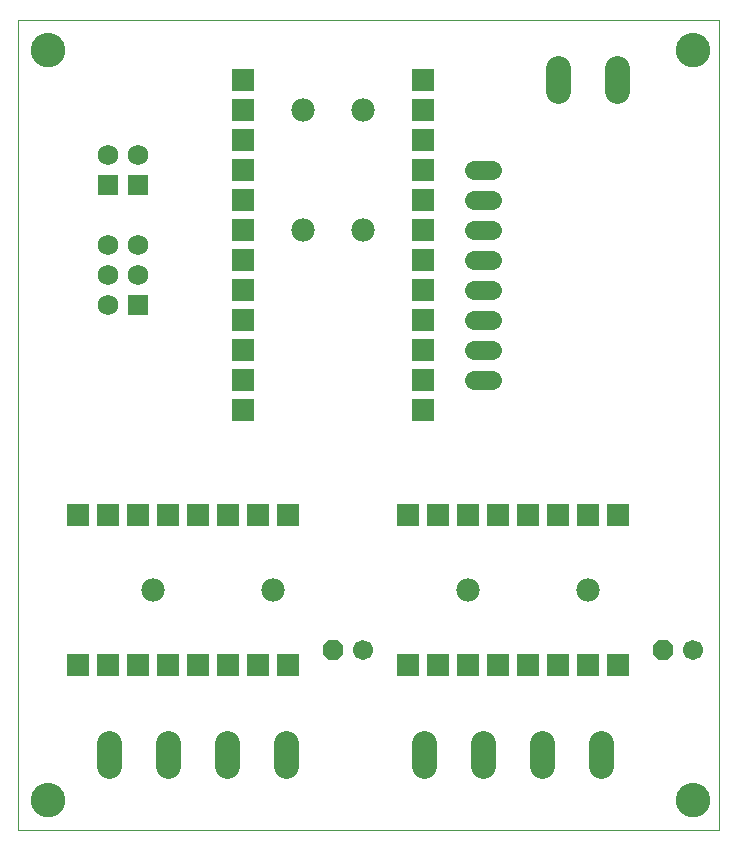
<source format=gts>
G75*
%MOIN*%
%OFA0B0*%
%FSLAX25Y25*%
%IPPOS*%
%LPD*%
%AMOC8*
5,1,8,0,0,1.08239X$1,22.5*
%
%ADD10C,0.00000*%
%ADD11C,0.11424*%
%ADD12R,0.07400X0.07400*%
%ADD13C,0.08200*%
%ADD14C,0.07800*%
%ADD15C,0.06400*%
%ADD16OC8,0.06700*%
%ADD17C,0.06700*%
%ADD18R,0.06900X0.06900*%
%ADD19C,0.06900*%
D10*
X0002600Y0002600D02*
X0002600Y0272561D01*
X0236301Y0272561D01*
X0236301Y0002600D01*
X0002600Y0002600D01*
X0007088Y0012600D02*
X0007090Y0012748D01*
X0007096Y0012896D01*
X0007106Y0013044D01*
X0007120Y0013191D01*
X0007138Y0013338D01*
X0007159Y0013484D01*
X0007185Y0013630D01*
X0007215Y0013775D01*
X0007248Y0013919D01*
X0007286Y0014062D01*
X0007327Y0014204D01*
X0007372Y0014345D01*
X0007420Y0014485D01*
X0007473Y0014624D01*
X0007529Y0014761D01*
X0007589Y0014896D01*
X0007652Y0015030D01*
X0007719Y0015162D01*
X0007790Y0015292D01*
X0007864Y0015420D01*
X0007941Y0015546D01*
X0008022Y0015670D01*
X0008106Y0015792D01*
X0008193Y0015911D01*
X0008284Y0016028D01*
X0008378Y0016143D01*
X0008474Y0016255D01*
X0008574Y0016365D01*
X0008676Y0016471D01*
X0008782Y0016575D01*
X0008890Y0016676D01*
X0009001Y0016774D01*
X0009114Y0016870D01*
X0009230Y0016962D01*
X0009348Y0017051D01*
X0009469Y0017136D01*
X0009592Y0017219D01*
X0009717Y0017298D01*
X0009844Y0017374D01*
X0009973Y0017446D01*
X0010104Y0017515D01*
X0010237Y0017580D01*
X0010372Y0017641D01*
X0010508Y0017699D01*
X0010645Y0017754D01*
X0010784Y0017804D01*
X0010925Y0017851D01*
X0011066Y0017894D01*
X0011209Y0017934D01*
X0011353Y0017969D01*
X0011497Y0018001D01*
X0011643Y0018028D01*
X0011789Y0018052D01*
X0011936Y0018072D01*
X0012083Y0018088D01*
X0012230Y0018100D01*
X0012378Y0018108D01*
X0012526Y0018112D01*
X0012674Y0018112D01*
X0012822Y0018108D01*
X0012970Y0018100D01*
X0013117Y0018088D01*
X0013264Y0018072D01*
X0013411Y0018052D01*
X0013557Y0018028D01*
X0013703Y0018001D01*
X0013847Y0017969D01*
X0013991Y0017934D01*
X0014134Y0017894D01*
X0014275Y0017851D01*
X0014416Y0017804D01*
X0014555Y0017754D01*
X0014692Y0017699D01*
X0014828Y0017641D01*
X0014963Y0017580D01*
X0015096Y0017515D01*
X0015227Y0017446D01*
X0015356Y0017374D01*
X0015483Y0017298D01*
X0015608Y0017219D01*
X0015731Y0017136D01*
X0015852Y0017051D01*
X0015970Y0016962D01*
X0016086Y0016870D01*
X0016199Y0016774D01*
X0016310Y0016676D01*
X0016418Y0016575D01*
X0016524Y0016471D01*
X0016626Y0016365D01*
X0016726Y0016255D01*
X0016822Y0016143D01*
X0016916Y0016028D01*
X0017007Y0015911D01*
X0017094Y0015792D01*
X0017178Y0015670D01*
X0017259Y0015546D01*
X0017336Y0015420D01*
X0017410Y0015292D01*
X0017481Y0015162D01*
X0017548Y0015030D01*
X0017611Y0014896D01*
X0017671Y0014761D01*
X0017727Y0014624D01*
X0017780Y0014485D01*
X0017828Y0014345D01*
X0017873Y0014204D01*
X0017914Y0014062D01*
X0017952Y0013919D01*
X0017985Y0013775D01*
X0018015Y0013630D01*
X0018041Y0013484D01*
X0018062Y0013338D01*
X0018080Y0013191D01*
X0018094Y0013044D01*
X0018104Y0012896D01*
X0018110Y0012748D01*
X0018112Y0012600D01*
X0018110Y0012452D01*
X0018104Y0012304D01*
X0018094Y0012156D01*
X0018080Y0012009D01*
X0018062Y0011862D01*
X0018041Y0011716D01*
X0018015Y0011570D01*
X0017985Y0011425D01*
X0017952Y0011281D01*
X0017914Y0011138D01*
X0017873Y0010996D01*
X0017828Y0010855D01*
X0017780Y0010715D01*
X0017727Y0010576D01*
X0017671Y0010439D01*
X0017611Y0010304D01*
X0017548Y0010170D01*
X0017481Y0010038D01*
X0017410Y0009908D01*
X0017336Y0009780D01*
X0017259Y0009654D01*
X0017178Y0009530D01*
X0017094Y0009408D01*
X0017007Y0009289D01*
X0016916Y0009172D01*
X0016822Y0009057D01*
X0016726Y0008945D01*
X0016626Y0008835D01*
X0016524Y0008729D01*
X0016418Y0008625D01*
X0016310Y0008524D01*
X0016199Y0008426D01*
X0016086Y0008330D01*
X0015970Y0008238D01*
X0015852Y0008149D01*
X0015731Y0008064D01*
X0015608Y0007981D01*
X0015483Y0007902D01*
X0015356Y0007826D01*
X0015227Y0007754D01*
X0015096Y0007685D01*
X0014963Y0007620D01*
X0014828Y0007559D01*
X0014692Y0007501D01*
X0014555Y0007446D01*
X0014416Y0007396D01*
X0014275Y0007349D01*
X0014134Y0007306D01*
X0013991Y0007266D01*
X0013847Y0007231D01*
X0013703Y0007199D01*
X0013557Y0007172D01*
X0013411Y0007148D01*
X0013264Y0007128D01*
X0013117Y0007112D01*
X0012970Y0007100D01*
X0012822Y0007092D01*
X0012674Y0007088D01*
X0012526Y0007088D01*
X0012378Y0007092D01*
X0012230Y0007100D01*
X0012083Y0007112D01*
X0011936Y0007128D01*
X0011789Y0007148D01*
X0011643Y0007172D01*
X0011497Y0007199D01*
X0011353Y0007231D01*
X0011209Y0007266D01*
X0011066Y0007306D01*
X0010925Y0007349D01*
X0010784Y0007396D01*
X0010645Y0007446D01*
X0010508Y0007501D01*
X0010372Y0007559D01*
X0010237Y0007620D01*
X0010104Y0007685D01*
X0009973Y0007754D01*
X0009844Y0007826D01*
X0009717Y0007902D01*
X0009592Y0007981D01*
X0009469Y0008064D01*
X0009348Y0008149D01*
X0009230Y0008238D01*
X0009114Y0008330D01*
X0009001Y0008426D01*
X0008890Y0008524D01*
X0008782Y0008625D01*
X0008676Y0008729D01*
X0008574Y0008835D01*
X0008474Y0008945D01*
X0008378Y0009057D01*
X0008284Y0009172D01*
X0008193Y0009289D01*
X0008106Y0009408D01*
X0008022Y0009530D01*
X0007941Y0009654D01*
X0007864Y0009780D01*
X0007790Y0009908D01*
X0007719Y0010038D01*
X0007652Y0010170D01*
X0007589Y0010304D01*
X0007529Y0010439D01*
X0007473Y0010576D01*
X0007420Y0010715D01*
X0007372Y0010855D01*
X0007327Y0010996D01*
X0007286Y0011138D01*
X0007248Y0011281D01*
X0007215Y0011425D01*
X0007185Y0011570D01*
X0007159Y0011716D01*
X0007138Y0011862D01*
X0007120Y0012009D01*
X0007106Y0012156D01*
X0007096Y0012304D01*
X0007090Y0012452D01*
X0007088Y0012600D01*
X0007088Y0262600D02*
X0007090Y0262748D01*
X0007096Y0262896D01*
X0007106Y0263044D01*
X0007120Y0263191D01*
X0007138Y0263338D01*
X0007159Y0263484D01*
X0007185Y0263630D01*
X0007215Y0263775D01*
X0007248Y0263919D01*
X0007286Y0264062D01*
X0007327Y0264204D01*
X0007372Y0264345D01*
X0007420Y0264485D01*
X0007473Y0264624D01*
X0007529Y0264761D01*
X0007589Y0264896D01*
X0007652Y0265030D01*
X0007719Y0265162D01*
X0007790Y0265292D01*
X0007864Y0265420D01*
X0007941Y0265546D01*
X0008022Y0265670D01*
X0008106Y0265792D01*
X0008193Y0265911D01*
X0008284Y0266028D01*
X0008378Y0266143D01*
X0008474Y0266255D01*
X0008574Y0266365D01*
X0008676Y0266471D01*
X0008782Y0266575D01*
X0008890Y0266676D01*
X0009001Y0266774D01*
X0009114Y0266870D01*
X0009230Y0266962D01*
X0009348Y0267051D01*
X0009469Y0267136D01*
X0009592Y0267219D01*
X0009717Y0267298D01*
X0009844Y0267374D01*
X0009973Y0267446D01*
X0010104Y0267515D01*
X0010237Y0267580D01*
X0010372Y0267641D01*
X0010508Y0267699D01*
X0010645Y0267754D01*
X0010784Y0267804D01*
X0010925Y0267851D01*
X0011066Y0267894D01*
X0011209Y0267934D01*
X0011353Y0267969D01*
X0011497Y0268001D01*
X0011643Y0268028D01*
X0011789Y0268052D01*
X0011936Y0268072D01*
X0012083Y0268088D01*
X0012230Y0268100D01*
X0012378Y0268108D01*
X0012526Y0268112D01*
X0012674Y0268112D01*
X0012822Y0268108D01*
X0012970Y0268100D01*
X0013117Y0268088D01*
X0013264Y0268072D01*
X0013411Y0268052D01*
X0013557Y0268028D01*
X0013703Y0268001D01*
X0013847Y0267969D01*
X0013991Y0267934D01*
X0014134Y0267894D01*
X0014275Y0267851D01*
X0014416Y0267804D01*
X0014555Y0267754D01*
X0014692Y0267699D01*
X0014828Y0267641D01*
X0014963Y0267580D01*
X0015096Y0267515D01*
X0015227Y0267446D01*
X0015356Y0267374D01*
X0015483Y0267298D01*
X0015608Y0267219D01*
X0015731Y0267136D01*
X0015852Y0267051D01*
X0015970Y0266962D01*
X0016086Y0266870D01*
X0016199Y0266774D01*
X0016310Y0266676D01*
X0016418Y0266575D01*
X0016524Y0266471D01*
X0016626Y0266365D01*
X0016726Y0266255D01*
X0016822Y0266143D01*
X0016916Y0266028D01*
X0017007Y0265911D01*
X0017094Y0265792D01*
X0017178Y0265670D01*
X0017259Y0265546D01*
X0017336Y0265420D01*
X0017410Y0265292D01*
X0017481Y0265162D01*
X0017548Y0265030D01*
X0017611Y0264896D01*
X0017671Y0264761D01*
X0017727Y0264624D01*
X0017780Y0264485D01*
X0017828Y0264345D01*
X0017873Y0264204D01*
X0017914Y0264062D01*
X0017952Y0263919D01*
X0017985Y0263775D01*
X0018015Y0263630D01*
X0018041Y0263484D01*
X0018062Y0263338D01*
X0018080Y0263191D01*
X0018094Y0263044D01*
X0018104Y0262896D01*
X0018110Y0262748D01*
X0018112Y0262600D01*
X0018110Y0262452D01*
X0018104Y0262304D01*
X0018094Y0262156D01*
X0018080Y0262009D01*
X0018062Y0261862D01*
X0018041Y0261716D01*
X0018015Y0261570D01*
X0017985Y0261425D01*
X0017952Y0261281D01*
X0017914Y0261138D01*
X0017873Y0260996D01*
X0017828Y0260855D01*
X0017780Y0260715D01*
X0017727Y0260576D01*
X0017671Y0260439D01*
X0017611Y0260304D01*
X0017548Y0260170D01*
X0017481Y0260038D01*
X0017410Y0259908D01*
X0017336Y0259780D01*
X0017259Y0259654D01*
X0017178Y0259530D01*
X0017094Y0259408D01*
X0017007Y0259289D01*
X0016916Y0259172D01*
X0016822Y0259057D01*
X0016726Y0258945D01*
X0016626Y0258835D01*
X0016524Y0258729D01*
X0016418Y0258625D01*
X0016310Y0258524D01*
X0016199Y0258426D01*
X0016086Y0258330D01*
X0015970Y0258238D01*
X0015852Y0258149D01*
X0015731Y0258064D01*
X0015608Y0257981D01*
X0015483Y0257902D01*
X0015356Y0257826D01*
X0015227Y0257754D01*
X0015096Y0257685D01*
X0014963Y0257620D01*
X0014828Y0257559D01*
X0014692Y0257501D01*
X0014555Y0257446D01*
X0014416Y0257396D01*
X0014275Y0257349D01*
X0014134Y0257306D01*
X0013991Y0257266D01*
X0013847Y0257231D01*
X0013703Y0257199D01*
X0013557Y0257172D01*
X0013411Y0257148D01*
X0013264Y0257128D01*
X0013117Y0257112D01*
X0012970Y0257100D01*
X0012822Y0257092D01*
X0012674Y0257088D01*
X0012526Y0257088D01*
X0012378Y0257092D01*
X0012230Y0257100D01*
X0012083Y0257112D01*
X0011936Y0257128D01*
X0011789Y0257148D01*
X0011643Y0257172D01*
X0011497Y0257199D01*
X0011353Y0257231D01*
X0011209Y0257266D01*
X0011066Y0257306D01*
X0010925Y0257349D01*
X0010784Y0257396D01*
X0010645Y0257446D01*
X0010508Y0257501D01*
X0010372Y0257559D01*
X0010237Y0257620D01*
X0010104Y0257685D01*
X0009973Y0257754D01*
X0009844Y0257826D01*
X0009717Y0257902D01*
X0009592Y0257981D01*
X0009469Y0258064D01*
X0009348Y0258149D01*
X0009230Y0258238D01*
X0009114Y0258330D01*
X0009001Y0258426D01*
X0008890Y0258524D01*
X0008782Y0258625D01*
X0008676Y0258729D01*
X0008574Y0258835D01*
X0008474Y0258945D01*
X0008378Y0259057D01*
X0008284Y0259172D01*
X0008193Y0259289D01*
X0008106Y0259408D01*
X0008022Y0259530D01*
X0007941Y0259654D01*
X0007864Y0259780D01*
X0007790Y0259908D01*
X0007719Y0260038D01*
X0007652Y0260170D01*
X0007589Y0260304D01*
X0007529Y0260439D01*
X0007473Y0260576D01*
X0007420Y0260715D01*
X0007372Y0260855D01*
X0007327Y0260996D01*
X0007286Y0261138D01*
X0007248Y0261281D01*
X0007215Y0261425D01*
X0007185Y0261570D01*
X0007159Y0261716D01*
X0007138Y0261862D01*
X0007120Y0262009D01*
X0007106Y0262156D01*
X0007096Y0262304D01*
X0007090Y0262452D01*
X0007088Y0262600D01*
X0222088Y0262600D02*
X0222090Y0262748D01*
X0222096Y0262896D01*
X0222106Y0263044D01*
X0222120Y0263191D01*
X0222138Y0263338D01*
X0222159Y0263484D01*
X0222185Y0263630D01*
X0222215Y0263775D01*
X0222248Y0263919D01*
X0222286Y0264062D01*
X0222327Y0264204D01*
X0222372Y0264345D01*
X0222420Y0264485D01*
X0222473Y0264624D01*
X0222529Y0264761D01*
X0222589Y0264896D01*
X0222652Y0265030D01*
X0222719Y0265162D01*
X0222790Y0265292D01*
X0222864Y0265420D01*
X0222941Y0265546D01*
X0223022Y0265670D01*
X0223106Y0265792D01*
X0223193Y0265911D01*
X0223284Y0266028D01*
X0223378Y0266143D01*
X0223474Y0266255D01*
X0223574Y0266365D01*
X0223676Y0266471D01*
X0223782Y0266575D01*
X0223890Y0266676D01*
X0224001Y0266774D01*
X0224114Y0266870D01*
X0224230Y0266962D01*
X0224348Y0267051D01*
X0224469Y0267136D01*
X0224592Y0267219D01*
X0224717Y0267298D01*
X0224844Y0267374D01*
X0224973Y0267446D01*
X0225104Y0267515D01*
X0225237Y0267580D01*
X0225372Y0267641D01*
X0225508Y0267699D01*
X0225645Y0267754D01*
X0225784Y0267804D01*
X0225925Y0267851D01*
X0226066Y0267894D01*
X0226209Y0267934D01*
X0226353Y0267969D01*
X0226497Y0268001D01*
X0226643Y0268028D01*
X0226789Y0268052D01*
X0226936Y0268072D01*
X0227083Y0268088D01*
X0227230Y0268100D01*
X0227378Y0268108D01*
X0227526Y0268112D01*
X0227674Y0268112D01*
X0227822Y0268108D01*
X0227970Y0268100D01*
X0228117Y0268088D01*
X0228264Y0268072D01*
X0228411Y0268052D01*
X0228557Y0268028D01*
X0228703Y0268001D01*
X0228847Y0267969D01*
X0228991Y0267934D01*
X0229134Y0267894D01*
X0229275Y0267851D01*
X0229416Y0267804D01*
X0229555Y0267754D01*
X0229692Y0267699D01*
X0229828Y0267641D01*
X0229963Y0267580D01*
X0230096Y0267515D01*
X0230227Y0267446D01*
X0230356Y0267374D01*
X0230483Y0267298D01*
X0230608Y0267219D01*
X0230731Y0267136D01*
X0230852Y0267051D01*
X0230970Y0266962D01*
X0231086Y0266870D01*
X0231199Y0266774D01*
X0231310Y0266676D01*
X0231418Y0266575D01*
X0231524Y0266471D01*
X0231626Y0266365D01*
X0231726Y0266255D01*
X0231822Y0266143D01*
X0231916Y0266028D01*
X0232007Y0265911D01*
X0232094Y0265792D01*
X0232178Y0265670D01*
X0232259Y0265546D01*
X0232336Y0265420D01*
X0232410Y0265292D01*
X0232481Y0265162D01*
X0232548Y0265030D01*
X0232611Y0264896D01*
X0232671Y0264761D01*
X0232727Y0264624D01*
X0232780Y0264485D01*
X0232828Y0264345D01*
X0232873Y0264204D01*
X0232914Y0264062D01*
X0232952Y0263919D01*
X0232985Y0263775D01*
X0233015Y0263630D01*
X0233041Y0263484D01*
X0233062Y0263338D01*
X0233080Y0263191D01*
X0233094Y0263044D01*
X0233104Y0262896D01*
X0233110Y0262748D01*
X0233112Y0262600D01*
X0233110Y0262452D01*
X0233104Y0262304D01*
X0233094Y0262156D01*
X0233080Y0262009D01*
X0233062Y0261862D01*
X0233041Y0261716D01*
X0233015Y0261570D01*
X0232985Y0261425D01*
X0232952Y0261281D01*
X0232914Y0261138D01*
X0232873Y0260996D01*
X0232828Y0260855D01*
X0232780Y0260715D01*
X0232727Y0260576D01*
X0232671Y0260439D01*
X0232611Y0260304D01*
X0232548Y0260170D01*
X0232481Y0260038D01*
X0232410Y0259908D01*
X0232336Y0259780D01*
X0232259Y0259654D01*
X0232178Y0259530D01*
X0232094Y0259408D01*
X0232007Y0259289D01*
X0231916Y0259172D01*
X0231822Y0259057D01*
X0231726Y0258945D01*
X0231626Y0258835D01*
X0231524Y0258729D01*
X0231418Y0258625D01*
X0231310Y0258524D01*
X0231199Y0258426D01*
X0231086Y0258330D01*
X0230970Y0258238D01*
X0230852Y0258149D01*
X0230731Y0258064D01*
X0230608Y0257981D01*
X0230483Y0257902D01*
X0230356Y0257826D01*
X0230227Y0257754D01*
X0230096Y0257685D01*
X0229963Y0257620D01*
X0229828Y0257559D01*
X0229692Y0257501D01*
X0229555Y0257446D01*
X0229416Y0257396D01*
X0229275Y0257349D01*
X0229134Y0257306D01*
X0228991Y0257266D01*
X0228847Y0257231D01*
X0228703Y0257199D01*
X0228557Y0257172D01*
X0228411Y0257148D01*
X0228264Y0257128D01*
X0228117Y0257112D01*
X0227970Y0257100D01*
X0227822Y0257092D01*
X0227674Y0257088D01*
X0227526Y0257088D01*
X0227378Y0257092D01*
X0227230Y0257100D01*
X0227083Y0257112D01*
X0226936Y0257128D01*
X0226789Y0257148D01*
X0226643Y0257172D01*
X0226497Y0257199D01*
X0226353Y0257231D01*
X0226209Y0257266D01*
X0226066Y0257306D01*
X0225925Y0257349D01*
X0225784Y0257396D01*
X0225645Y0257446D01*
X0225508Y0257501D01*
X0225372Y0257559D01*
X0225237Y0257620D01*
X0225104Y0257685D01*
X0224973Y0257754D01*
X0224844Y0257826D01*
X0224717Y0257902D01*
X0224592Y0257981D01*
X0224469Y0258064D01*
X0224348Y0258149D01*
X0224230Y0258238D01*
X0224114Y0258330D01*
X0224001Y0258426D01*
X0223890Y0258524D01*
X0223782Y0258625D01*
X0223676Y0258729D01*
X0223574Y0258835D01*
X0223474Y0258945D01*
X0223378Y0259057D01*
X0223284Y0259172D01*
X0223193Y0259289D01*
X0223106Y0259408D01*
X0223022Y0259530D01*
X0222941Y0259654D01*
X0222864Y0259780D01*
X0222790Y0259908D01*
X0222719Y0260038D01*
X0222652Y0260170D01*
X0222589Y0260304D01*
X0222529Y0260439D01*
X0222473Y0260576D01*
X0222420Y0260715D01*
X0222372Y0260855D01*
X0222327Y0260996D01*
X0222286Y0261138D01*
X0222248Y0261281D01*
X0222215Y0261425D01*
X0222185Y0261570D01*
X0222159Y0261716D01*
X0222138Y0261862D01*
X0222120Y0262009D01*
X0222106Y0262156D01*
X0222096Y0262304D01*
X0222090Y0262452D01*
X0222088Y0262600D01*
X0222088Y0012600D02*
X0222090Y0012748D01*
X0222096Y0012896D01*
X0222106Y0013044D01*
X0222120Y0013191D01*
X0222138Y0013338D01*
X0222159Y0013484D01*
X0222185Y0013630D01*
X0222215Y0013775D01*
X0222248Y0013919D01*
X0222286Y0014062D01*
X0222327Y0014204D01*
X0222372Y0014345D01*
X0222420Y0014485D01*
X0222473Y0014624D01*
X0222529Y0014761D01*
X0222589Y0014896D01*
X0222652Y0015030D01*
X0222719Y0015162D01*
X0222790Y0015292D01*
X0222864Y0015420D01*
X0222941Y0015546D01*
X0223022Y0015670D01*
X0223106Y0015792D01*
X0223193Y0015911D01*
X0223284Y0016028D01*
X0223378Y0016143D01*
X0223474Y0016255D01*
X0223574Y0016365D01*
X0223676Y0016471D01*
X0223782Y0016575D01*
X0223890Y0016676D01*
X0224001Y0016774D01*
X0224114Y0016870D01*
X0224230Y0016962D01*
X0224348Y0017051D01*
X0224469Y0017136D01*
X0224592Y0017219D01*
X0224717Y0017298D01*
X0224844Y0017374D01*
X0224973Y0017446D01*
X0225104Y0017515D01*
X0225237Y0017580D01*
X0225372Y0017641D01*
X0225508Y0017699D01*
X0225645Y0017754D01*
X0225784Y0017804D01*
X0225925Y0017851D01*
X0226066Y0017894D01*
X0226209Y0017934D01*
X0226353Y0017969D01*
X0226497Y0018001D01*
X0226643Y0018028D01*
X0226789Y0018052D01*
X0226936Y0018072D01*
X0227083Y0018088D01*
X0227230Y0018100D01*
X0227378Y0018108D01*
X0227526Y0018112D01*
X0227674Y0018112D01*
X0227822Y0018108D01*
X0227970Y0018100D01*
X0228117Y0018088D01*
X0228264Y0018072D01*
X0228411Y0018052D01*
X0228557Y0018028D01*
X0228703Y0018001D01*
X0228847Y0017969D01*
X0228991Y0017934D01*
X0229134Y0017894D01*
X0229275Y0017851D01*
X0229416Y0017804D01*
X0229555Y0017754D01*
X0229692Y0017699D01*
X0229828Y0017641D01*
X0229963Y0017580D01*
X0230096Y0017515D01*
X0230227Y0017446D01*
X0230356Y0017374D01*
X0230483Y0017298D01*
X0230608Y0017219D01*
X0230731Y0017136D01*
X0230852Y0017051D01*
X0230970Y0016962D01*
X0231086Y0016870D01*
X0231199Y0016774D01*
X0231310Y0016676D01*
X0231418Y0016575D01*
X0231524Y0016471D01*
X0231626Y0016365D01*
X0231726Y0016255D01*
X0231822Y0016143D01*
X0231916Y0016028D01*
X0232007Y0015911D01*
X0232094Y0015792D01*
X0232178Y0015670D01*
X0232259Y0015546D01*
X0232336Y0015420D01*
X0232410Y0015292D01*
X0232481Y0015162D01*
X0232548Y0015030D01*
X0232611Y0014896D01*
X0232671Y0014761D01*
X0232727Y0014624D01*
X0232780Y0014485D01*
X0232828Y0014345D01*
X0232873Y0014204D01*
X0232914Y0014062D01*
X0232952Y0013919D01*
X0232985Y0013775D01*
X0233015Y0013630D01*
X0233041Y0013484D01*
X0233062Y0013338D01*
X0233080Y0013191D01*
X0233094Y0013044D01*
X0233104Y0012896D01*
X0233110Y0012748D01*
X0233112Y0012600D01*
X0233110Y0012452D01*
X0233104Y0012304D01*
X0233094Y0012156D01*
X0233080Y0012009D01*
X0233062Y0011862D01*
X0233041Y0011716D01*
X0233015Y0011570D01*
X0232985Y0011425D01*
X0232952Y0011281D01*
X0232914Y0011138D01*
X0232873Y0010996D01*
X0232828Y0010855D01*
X0232780Y0010715D01*
X0232727Y0010576D01*
X0232671Y0010439D01*
X0232611Y0010304D01*
X0232548Y0010170D01*
X0232481Y0010038D01*
X0232410Y0009908D01*
X0232336Y0009780D01*
X0232259Y0009654D01*
X0232178Y0009530D01*
X0232094Y0009408D01*
X0232007Y0009289D01*
X0231916Y0009172D01*
X0231822Y0009057D01*
X0231726Y0008945D01*
X0231626Y0008835D01*
X0231524Y0008729D01*
X0231418Y0008625D01*
X0231310Y0008524D01*
X0231199Y0008426D01*
X0231086Y0008330D01*
X0230970Y0008238D01*
X0230852Y0008149D01*
X0230731Y0008064D01*
X0230608Y0007981D01*
X0230483Y0007902D01*
X0230356Y0007826D01*
X0230227Y0007754D01*
X0230096Y0007685D01*
X0229963Y0007620D01*
X0229828Y0007559D01*
X0229692Y0007501D01*
X0229555Y0007446D01*
X0229416Y0007396D01*
X0229275Y0007349D01*
X0229134Y0007306D01*
X0228991Y0007266D01*
X0228847Y0007231D01*
X0228703Y0007199D01*
X0228557Y0007172D01*
X0228411Y0007148D01*
X0228264Y0007128D01*
X0228117Y0007112D01*
X0227970Y0007100D01*
X0227822Y0007092D01*
X0227674Y0007088D01*
X0227526Y0007088D01*
X0227378Y0007092D01*
X0227230Y0007100D01*
X0227083Y0007112D01*
X0226936Y0007128D01*
X0226789Y0007148D01*
X0226643Y0007172D01*
X0226497Y0007199D01*
X0226353Y0007231D01*
X0226209Y0007266D01*
X0226066Y0007306D01*
X0225925Y0007349D01*
X0225784Y0007396D01*
X0225645Y0007446D01*
X0225508Y0007501D01*
X0225372Y0007559D01*
X0225237Y0007620D01*
X0225104Y0007685D01*
X0224973Y0007754D01*
X0224844Y0007826D01*
X0224717Y0007902D01*
X0224592Y0007981D01*
X0224469Y0008064D01*
X0224348Y0008149D01*
X0224230Y0008238D01*
X0224114Y0008330D01*
X0224001Y0008426D01*
X0223890Y0008524D01*
X0223782Y0008625D01*
X0223676Y0008729D01*
X0223574Y0008835D01*
X0223474Y0008945D01*
X0223378Y0009057D01*
X0223284Y0009172D01*
X0223193Y0009289D01*
X0223106Y0009408D01*
X0223022Y0009530D01*
X0222941Y0009654D01*
X0222864Y0009780D01*
X0222790Y0009908D01*
X0222719Y0010038D01*
X0222652Y0010170D01*
X0222589Y0010304D01*
X0222529Y0010439D01*
X0222473Y0010576D01*
X0222420Y0010715D01*
X0222372Y0010855D01*
X0222327Y0010996D01*
X0222286Y0011138D01*
X0222248Y0011281D01*
X0222215Y0011425D01*
X0222185Y0011570D01*
X0222159Y0011716D01*
X0222138Y0011862D01*
X0222120Y0012009D01*
X0222106Y0012156D01*
X0222096Y0012304D01*
X0222090Y0012452D01*
X0222088Y0012600D01*
D11*
X0227600Y0012600D03*
X0012600Y0012600D03*
X0012600Y0262600D03*
X0227600Y0262600D03*
D12*
X0137600Y0252600D03*
X0137600Y0242600D03*
X0137600Y0232600D03*
X0137600Y0222600D03*
X0137600Y0212600D03*
X0137600Y0202600D03*
X0137600Y0192600D03*
X0137600Y0182600D03*
X0137600Y0172600D03*
X0137600Y0162600D03*
X0137600Y0152600D03*
X0137600Y0142600D03*
X0132600Y0107600D03*
X0142600Y0107600D03*
X0152600Y0107600D03*
X0162600Y0107600D03*
X0172600Y0107600D03*
X0182600Y0107600D03*
X0192600Y0107600D03*
X0202600Y0107600D03*
X0202600Y0057600D03*
X0192600Y0057600D03*
X0182600Y0057600D03*
X0172600Y0057600D03*
X0162600Y0057600D03*
X0152600Y0057600D03*
X0142600Y0057600D03*
X0132600Y0057600D03*
X0092600Y0057600D03*
X0082600Y0057600D03*
X0072600Y0057600D03*
X0062600Y0057600D03*
X0052600Y0057600D03*
X0042600Y0057600D03*
X0032600Y0057600D03*
X0022600Y0057600D03*
X0022600Y0107600D03*
X0032600Y0107600D03*
X0042600Y0107600D03*
X0052600Y0107600D03*
X0062600Y0107600D03*
X0072600Y0107600D03*
X0082600Y0107600D03*
X0092600Y0107600D03*
X0077600Y0142600D03*
X0077600Y0152600D03*
X0077600Y0162600D03*
X0077600Y0172600D03*
X0077600Y0182600D03*
X0077600Y0192600D03*
X0077600Y0202600D03*
X0077600Y0212600D03*
X0077600Y0222600D03*
X0077600Y0232600D03*
X0077600Y0242600D03*
X0077600Y0252600D03*
D13*
X0182700Y0256500D02*
X0182700Y0248700D01*
X0202500Y0248700D02*
X0202500Y0256500D01*
X0197200Y0031500D02*
X0197200Y0023700D01*
X0177400Y0023700D02*
X0177400Y0031500D01*
X0157800Y0031500D02*
X0157800Y0023700D01*
X0138000Y0023700D02*
X0138000Y0031500D01*
X0092200Y0031500D02*
X0092200Y0023700D01*
X0072400Y0023700D02*
X0072400Y0031500D01*
X0052800Y0031500D02*
X0052800Y0023700D01*
X0033000Y0023700D02*
X0033000Y0031500D01*
D14*
X0047600Y0082600D03*
X0087600Y0082600D03*
X0152600Y0082600D03*
X0192600Y0082600D03*
X0117600Y0202600D03*
X0097600Y0202600D03*
X0097600Y0242600D03*
X0117600Y0242600D03*
D15*
X0154600Y0222600D02*
X0160600Y0222600D01*
X0160600Y0212600D02*
X0154600Y0212600D01*
X0154600Y0202600D02*
X0160600Y0202600D01*
X0160600Y0192600D02*
X0154600Y0192600D01*
X0154600Y0182600D02*
X0160600Y0182600D01*
X0160600Y0172600D02*
X0154600Y0172600D01*
X0154600Y0162600D02*
X0160600Y0162600D01*
X0160600Y0152600D02*
X0154600Y0152600D01*
D16*
X0107600Y0062600D03*
X0217600Y0062600D03*
D17*
X0227600Y0062600D03*
X0117600Y0062600D03*
D18*
X0042600Y0177600D03*
X0042600Y0217600D03*
X0032600Y0217600D03*
D19*
X0032600Y0227600D03*
X0042600Y0227600D03*
X0042600Y0197600D03*
X0042600Y0187600D03*
X0032600Y0187600D03*
X0032600Y0197600D03*
X0032600Y0177600D03*
M02*

</source>
